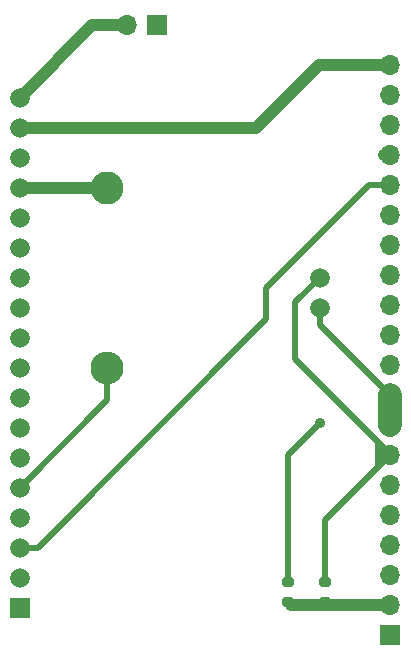
<source format=gbr>
%TF.GenerationSoftware,KiCad,Pcbnew,7.0.7*%
%TF.CreationDate,2023-09-18T17:32:58-06:00*%
%TF.ProjectId,hygienie_pcb,68796769-656e-4696-955f-7063622e6b69,00*%
%TF.SameCoordinates,Original*%
%TF.FileFunction,Copper,L1,Top*%
%TF.FilePolarity,Positive*%
%FSLAX46Y46*%
G04 Gerber Fmt 4.6, Leading zero omitted, Abs format (unit mm)*
G04 Created by KiCad (PCBNEW 7.0.7) date 2023-09-18 17:32:58*
%MOMM*%
%LPD*%
G01*
G04 APERTURE LIST*
G04 Aperture macros list*
%AMRoundRect*
0 Rectangle with rounded corners*
0 $1 Rounding radius*
0 $2 $3 $4 $5 $6 $7 $8 $9 X,Y pos of 4 corners*
0 Add a 4 corners polygon primitive as box body*
4,1,4,$2,$3,$4,$5,$6,$7,$8,$9,$2,$3,0*
0 Add four circle primitives for the rounded corners*
1,1,$1+$1,$2,$3*
1,1,$1+$1,$4,$5*
1,1,$1+$1,$6,$7*
1,1,$1+$1,$8,$9*
0 Add four rect primitives between the rounded corners*
20,1,$1+$1,$2,$3,$4,$5,0*
20,1,$1+$1,$4,$5,$6,$7,0*
20,1,$1+$1,$6,$7,$8,$9,0*
20,1,$1+$1,$8,$9,$2,$3,0*%
G04 Aperture macros list end*
%TA.AperFunction,ComponentPad*%
%ADD10C,1.665000*%
%TD*%
%TA.AperFunction,ComponentPad*%
%ADD11R,1.665000X1.665000*%
%TD*%
%TA.AperFunction,SMDPad,CuDef*%
%ADD12RoundRect,0.200000X0.275000X-0.200000X0.275000X0.200000X-0.275000X0.200000X-0.275000X-0.200000X0*%
%TD*%
%TA.AperFunction,ComponentPad*%
%ADD13R,1.700000X1.700000*%
%TD*%
%TA.AperFunction,ComponentPad*%
%ADD14O,1.700000X1.700000*%
%TD*%
%TA.AperFunction,ComponentPad*%
%ADD15O,2.800000X2.800000*%
%TD*%
%TA.AperFunction,ComponentPad*%
%ADD16C,2.800000*%
%TD*%
%TA.AperFunction,ViaPad*%
%ADD17C,0.900000*%
%TD*%
%TA.AperFunction,Conductor*%
%ADD18C,1.000000*%
%TD*%
%TA.AperFunction,Conductor*%
%ADD19C,0.500000*%
%TD*%
%TA.AperFunction,Conductor*%
%ADD20C,2.000000*%
%TD*%
G04 APERTURE END LIST*
D10*
%TO.P,FireBeetle1,30,SCL/IO22*%
%TO.N,/SCL*%
X125250000Y-99115000D03*
%TO.P,FireBeetle1,29,SDA/IO21*%
%TO.N,/SDA*%
X125250000Y-101655000D03*
%TO.P,FireBeetle1,18,VCC*%
%TO.N,VCC*%
X99850000Y-83875000D03*
%TO.P,FireBeetle1,17,3V3*%
%TO.N,+3.3V*%
X99850000Y-86415000D03*
%TO.P,FireBeetle1,16,AREF*%
%TO.N,unconnected-(FireBeetle1-AREF-Pad16)*%
X99850000Y-88955000D03*
%TO.P,FireBeetle1,15,GND*%
%TO.N,GNDREF*%
X99850000Y-91495000D03*
%TO.P,FireBeetle1,14,IO11/CMD*%
%TO.N,unconnected-(FireBeetle1-IO11{slash}CMD-Pad14)*%
X99850000Y-94035000D03*
%TO.P,FireBeetle1,13,IO8/SD1*%
%TO.N,unconnected-(FireBeetle1-IO8{slash}SD1-Pad13)*%
X99850000Y-96575000D03*
%TO.P,FireBeetle1,12,IO7/SD0*%
%TO.N,unconnected-(FireBeetle1-IO7{slash}SD0-Pad12)*%
X99850000Y-99115000D03*
%TO.P,FireBeetle1,11,IO6/CLK*%
%TO.N,unconnected-(FireBeetle1-IO6{slash}CLK-Pad11)*%
X99850000Y-101655000D03*
%TO.P,FireBeetle1,10,IO2/D9*%
%TO.N,unconnected-(FireBeetle1-IO2{slash}D9-Pad10)*%
X99850000Y-104195000D03*
%TO.P,FireBeetle1,9,IO5/D8*%
%TO.N,unconnected-(FireBeetle1-IO5{slash}D8-Pad9)*%
X99850000Y-106735000D03*
%TO.P,FireBeetle1,8,IO13/D7*%
%TO.N,unconnected-(FireBeetle1-IO13{slash}D7-Pad8)*%
X99850000Y-109275000D03*
%TO.P,FireBeetle1,7,IO10/D6*%
%TO.N,unconnected-(FireBeetle1-IO10{slash}D6-Pad7)*%
X99850000Y-111815000D03*
%TO.P,FireBeetle1,6,IO9/D5*%
%TO.N,unconnected-(FireBeetle1-IO9{slash}D5-Pad6)*%
X99850000Y-114355000D03*
%TO.P,FireBeetle1,5,IO27/D4*%
%TO.N,/Reed Switch*%
X99850000Y-116895000D03*
%TO.P,FireBeetle1,4,IO26/D3*%
%TO.N,unconnected-(FireBeetle1-IO26{slash}D3-Pad4)*%
X99850000Y-119435000D03*
%TO.P,FireBeetle1,3,IO25/D2*%
%TO.N,/~{RST}*%
X99850000Y-121975000D03*
%TO.P,FireBeetle1,2,IO1/TXD*%
%TO.N,unconnected-(FireBeetle1-IO1{slash}TXD-Pad2)*%
X99850000Y-124515000D03*
D11*
%TO.P,FireBeetle1,1,IO3/RXD*%
%TO.N,unconnected-(FireBeetle1-IO3{slash}RXD-Pad1)*%
X99850000Y-127055000D03*
%TD*%
D12*
%TO.P,R2,2*%
%TO.N,/SDA*%
X122555000Y-124905000D03*
%TO.P,R2,1*%
%TO.N,+3.3V*%
X122555000Y-126555000D03*
%TD*%
%TO.P,R1,2*%
%TO.N,/SCL*%
X125730000Y-124905000D03*
%TO.P,R1,1*%
%TO.N,+3.3V*%
X125730000Y-126555000D03*
%TD*%
D13*
%TO.P,LCD1,1,VSS*%
%TO.N,GNDREF*%
X131200000Y-129390000D03*
D14*
%TO.P,LCD1,2,VDD*%
%TO.N,+3.3V*%
X131200000Y-126850000D03*
%TO.P,LCD1,3,NC*%
%TO.N,unconnected-(LCD1-NC-Pad3)*%
X131200000Y-124310000D03*
%TO.P,LCD1,4,SA0*%
%TO.N,GNDREF*%
X131200000Y-121770000D03*
%TO.P,LCD1,5,VSS*%
X131200000Y-119230000D03*
%TO.P,LCD1,6,VSS*%
X131200000Y-116690000D03*
%TO.P,LCD1,7,SCL*%
%TO.N,/SCL*%
X131200000Y-114150000D03*
%TO.P,LCD1,8,SDA_IN*%
%TO.N,/SDA*%
X131200000Y-111610000D03*
%TO.P,LCD1,9,SDA_OUT*%
X131200000Y-109070000D03*
%TO.P,LCD1,10,VSS*%
%TO.N,GNDREF*%
X131200000Y-106530000D03*
%TO.P,LCD1,11,VSS*%
X131200000Y-103990000D03*
%TO.P,LCD1,12,VSS*%
X131200000Y-101450000D03*
%TO.P,LCD1,13,VSS*%
X131200000Y-98910000D03*
%TO.P,LCD1,14,VSS*%
X131200000Y-96370000D03*
%TO.P,LCD1,15,NC*%
%TO.N,unconnected-(LCD1-NC-Pad15)*%
X131200000Y-93830000D03*
%TO.P,LCD1,16,~{RES}*%
%TO.N,/~{RST}*%
X131200000Y-91290000D03*
%TO.P,LCD1,17,VSS*%
%TO.N,GNDREF*%
X131200000Y-88750000D03*
%TO.P,LCD1,18,NC*%
%TO.N,unconnected-(LCD1-NC-Pad18)*%
X131200000Y-86210000D03*
%TO.P,LCD1,19,BS2*%
%TO.N,GNDREF*%
X131200000Y-83670000D03*
%TO.P,LCD1,20,BS1*%
%TO.N,+3.3V*%
X131200000Y-81130000D03*
%TD*%
D15*
%TO.P,SW1,2,2*%
%TO.N,/Reed Switch*%
X107250000Y-106740000D03*
D16*
%TO.P,SW1,1,1*%
%TO.N,GNDREF*%
X107250000Y-91500000D03*
%TD*%
D14*
%TO.P,PWR1,2,Pin_2*%
%TO.N,VCC*%
X108960000Y-77750000D03*
D13*
%TO.P,PWR1,1,Pin_1*%
%TO.N,GNDREF*%
X111500000Y-77750000D03*
%TD*%
D17*
%TO.N,/SDA*%
X125250000Y-111425000D03*
%TD*%
D18*
%TO.N,VCC*%
X108960000Y-77750000D02*
X105975000Y-77750000D01*
X105975000Y-77750000D02*
X99850000Y-83875000D01*
%TO.N,GNDREF*%
X104320000Y-91500000D02*
X107250000Y-91500000D01*
X99850000Y-91495000D02*
X104315000Y-91495000D01*
D19*
%TO.N,/Reed Switch*%
X99850000Y-116895000D02*
X107250000Y-109495000D01*
X107250000Y-109495000D02*
X107250000Y-106740000D01*
D18*
%TO.N,GNDREF*%
X104315000Y-91495000D02*
X104320000Y-91500000D01*
D19*
%TO.N,/~{RST}*%
X120750000Y-99975000D02*
X129435000Y-91290000D01*
X120750000Y-102625000D02*
X120750000Y-99975000D01*
X101400000Y-121975000D02*
X120750000Y-102625000D01*
X99850000Y-121975000D02*
X101400000Y-121975000D01*
X129435000Y-91290000D02*
X131200000Y-91290000D01*
D18*
%TO.N,+3.3V*%
X125170000Y-81130000D02*
X131200000Y-81130000D01*
X119885000Y-86415000D02*
X125170000Y-81130000D01*
X99850000Y-86415000D02*
X119885000Y-86415000D01*
D19*
%TO.N,/SDA*%
X122555000Y-114120000D02*
X122555000Y-124905000D01*
X125250000Y-111425000D02*
X122555000Y-114120000D01*
X125250000Y-103120000D02*
X131200000Y-109070000D01*
X125250000Y-101655000D02*
X125250000Y-103120000D01*
%TO.N,/SCL*%
X123175000Y-106030000D02*
X123175000Y-101190000D01*
X123175000Y-101190000D02*
X125250000Y-99115000D01*
X130175000Y-113030000D02*
X123175000Y-106030000D01*
X130175000Y-115175000D02*
X130175000Y-113030000D01*
D18*
%TO.N,+3.3V*%
X131200000Y-126850000D02*
X122850000Y-126850000D01*
D19*
X122850000Y-126850000D02*
X122555000Y-126555000D01*
%TO.N,/SCL*%
X130295000Y-115055000D02*
X125730000Y-119620000D01*
X131200000Y-114055000D02*
X131200000Y-114150000D01*
X125730000Y-119620000D02*
X125730000Y-124905000D01*
X130175000Y-113030000D02*
X131200000Y-114055000D01*
X131200000Y-114150000D02*
X130295000Y-115055000D01*
D20*
%TO.N,/SDA*%
X131200000Y-111610000D02*
X131200000Y-109070000D01*
D18*
%TO.N,GNDREF*%
X130660000Y-88750000D02*
X131200000Y-88750000D01*
%TD*%
%TA.AperFunction,Conductor*%
%TO.N,/SCL*%
G36*
X130388375Y-113257828D02*
G01*
X130395786Y-113265281D01*
X131065047Y-113997946D01*
X131095727Y-114060719D01*
X131087599Y-114130114D01*
X131066614Y-114163458D01*
X130348039Y-114980660D01*
X130288988Y-115018006D01*
X130219120Y-115017498D01*
X130160618Y-114979297D01*
X130132056Y-114915532D01*
X130130982Y-114894841D01*
X130180296Y-113344966D01*
X130202102Y-113278588D01*
X130256335Y-113234536D01*
X130325774Y-113226796D01*
X130388375Y-113257828D01*
G37*
%TD.AperFunction*%
%TD*%
M02*

</source>
